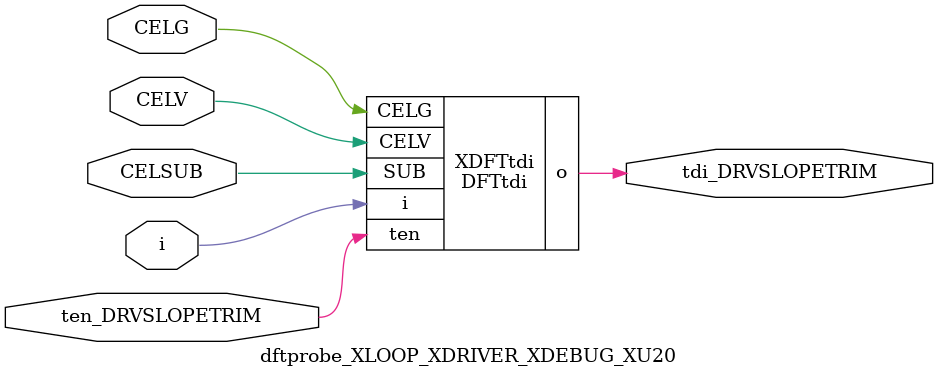
<source format=v>


module DFTtdi ( o, CELV, SUB, i, ten, CELG );

  input CELV;
  input ten;
  input i;
  output o;
  input CELG;
  input SUB;
endmodule


module dftprobe_XLOOP_XDRIVER_XDEBUG_XU20 (i,tdi_DRVSLOPETRIM,ten_DRVSLOPETRIM,CELG,CELSUB,CELV);
input  i;
output  tdi_DRVSLOPETRIM;
input  ten_DRVSLOPETRIM;
input  CELG;
input  CELSUB;
input  CELV;

DFTtdi XDFTtdi(
  .i (i),
  .o (tdi_DRVSLOPETRIM),
  .ten (ten_DRVSLOPETRIM),
  .CELG (CELG),
  .SUB (CELSUB),
  .CELV (CELV)
);

endmodule


</source>
